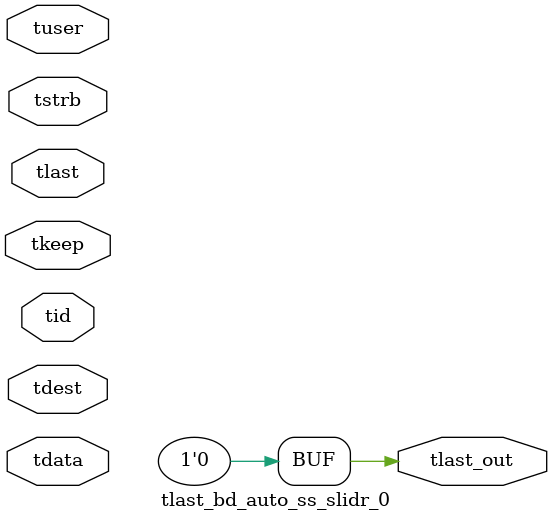
<source format=v>


`timescale 1ps/1ps

module tlast_bd_auto_ss_slidr_0 #
(
parameter C_S_AXIS_TID_WIDTH   = 1,
parameter C_S_AXIS_TUSER_WIDTH = 0,
parameter C_S_AXIS_TDATA_WIDTH = 0,
parameter C_S_AXIS_TDEST_WIDTH = 0
)
(
input  [(C_S_AXIS_TID_WIDTH   == 0 ? 1 : C_S_AXIS_TID_WIDTH)-1:0       ] tid,
input  [(C_S_AXIS_TDATA_WIDTH == 0 ? 1 : C_S_AXIS_TDATA_WIDTH)-1:0     ] tdata,
input  [(C_S_AXIS_TUSER_WIDTH == 0 ? 1 : C_S_AXIS_TUSER_WIDTH)-1:0     ] tuser,
input  [(C_S_AXIS_TDEST_WIDTH == 0 ? 1 : C_S_AXIS_TDEST_WIDTH)-1:0     ] tdest,
input  [(C_S_AXIS_TDATA_WIDTH/8)-1:0 ] tkeep,
input  [(C_S_AXIS_TDATA_WIDTH/8)-1:0 ] tstrb,
input  [0:0]                                                             tlast,
output                                                                   tlast_out
);

assign tlast_out = {1'b0};

endmodule


</source>
